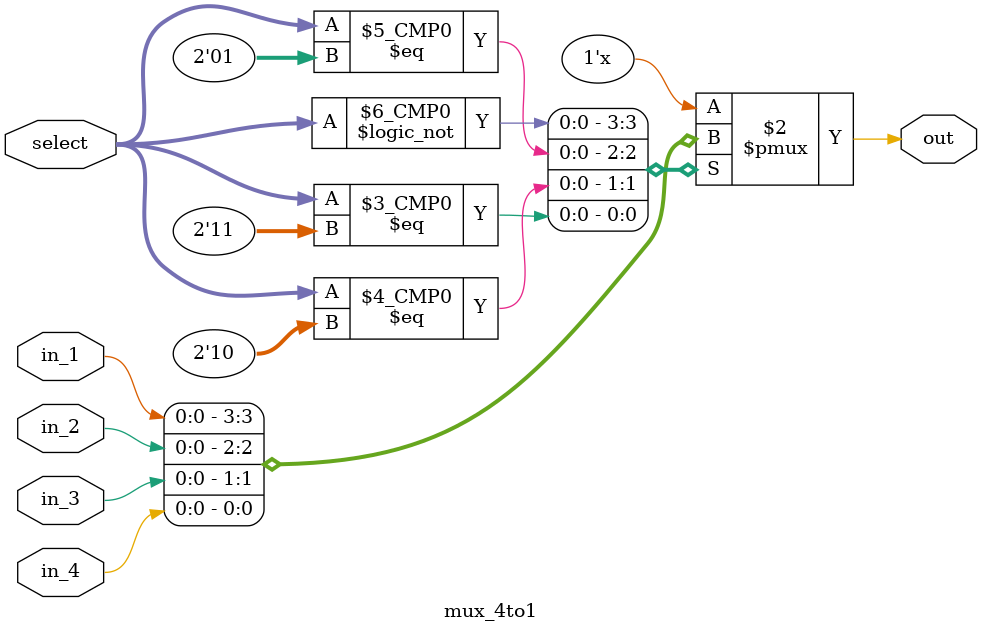
<source format=v>
module mux_4to1(input  in_1, input in_2, input in_3, input in_4,input [1:0] select,output reg out);
  always @ (in_1, in_2, in_3, in_4, select) begin
    case (select)
      2'b00: out = in_1;
      2'b01: out = in_2;
      2'b10: out = in_3;
      2'b11: out = in_4;
    endcase
  end
endmodule

</source>
